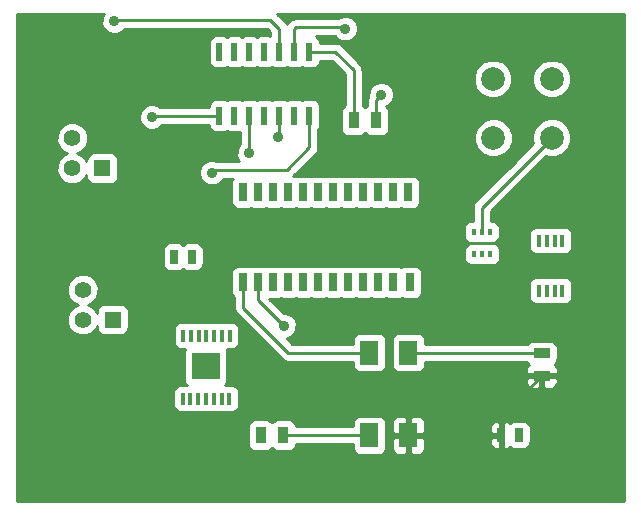
<source format=gtl>
G04 (created by PCBNEW (2013-07-07 BZR 4022)-stable) date 1/28/2014 1:23:19 PM*
%MOIN*%
G04 Gerber Fmt 3.4, Leading zero omitted, Abs format*
%FSLAX34Y34*%
G01*
G70*
G90*
G04 APERTURE LIST*
%ADD10C,0.00590551*%
%ADD11R,0.055X0.055*%
%ADD12C,0.055*%
%ADD13R,0.03X0.06*%
%ADD14R,0.06X0.08*%
%ADD15R,0.055X0.035*%
%ADD16R,0.035X0.055*%
%ADD17R,0.025X0.045*%
%ADD18R,0.0216535X0.0590551*%
%ADD19R,0.0149606X0.0409449*%
%ADD20R,0.0165354X0.023622*%
%ADD21R,0.0944882X0.0905512*%
%ADD22R,0.011811X0.0393701*%
%ADD23C,0.0787402*%
%ADD24C,0.035*%
%ADD25C,0.01*%
G04 APERTURE END LIST*
G54D10*
G54D11*
X64950Y-43500D03*
G54D12*
X63950Y-43500D03*
X63950Y-42500D03*
G54D11*
X65300Y-48550D03*
G54D12*
X64300Y-48550D03*
X64300Y-47550D03*
G54D13*
X69650Y-47300D03*
X70150Y-47300D03*
X70650Y-47300D03*
X71150Y-47300D03*
X71650Y-47300D03*
X72150Y-47300D03*
X72650Y-47300D03*
X73150Y-47300D03*
X73650Y-47300D03*
X74150Y-47300D03*
X74650Y-47300D03*
X75200Y-47300D03*
X69650Y-44300D03*
X70150Y-44300D03*
X70650Y-44300D03*
X71150Y-44300D03*
X71650Y-44300D03*
X72150Y-44300D03*
X72650Y-44300D03*
X73150Y-44300D03*
X73650Y-44300D03*
X74150Y-44300D03*
X74650Y-44300D03*
X75150Y-44300D03*
G54D14*
X75150Y-52400D03*
X73850Y-52400D03*
X75150Y-49650D03*
X73850Y-49650D03*
G54D15*
X79600Y-50425D03*
X79600Y-49675D03*
G54D16*
X70975Y-52400D03*
X70225Y-52400D03*
X73325Y-41900D03*
X74075Y-41900D03*
G54D17*
X78250Y-52400D03*
X78850Y-52400D03*
X67350Y-46450D03*
X67950Y-46450D03*
G54D18*
X68850Y-41750D03*
X69350Y-41750D03*
X69850Y-41750D03*
X70350Y-41750D03*
X70850Y-41750D03*
X71350Y-41750D03*
X71850Y-41750D03*
X71850Y-39620D03*
X71350Y-39620D03*
X70850Y-39620D03*
X70350Y-39620D03*
X69850Y-39620D03*
X69350Y-39620D03*
X68850Y-39620D03*
G54D19*
X79510Y-47580D03*
X79770Y-47580D03*
X80030Y-47580D03*
X80290Y-47580D03*
X80290Y-45920D03*
X80030Y-45920D03*
X79770Y-45920D03*
X79510Y-45920D03*
G54D20*
X77860Y-45630D03*
X77600Y-45630D03*
X77340Y-45630D03*
X77350Y-46370D03*
X77610Y-46370D03*
X77870Y-46370D03*
G54D21*
X68400Y-50100D03*
G54D22*
X67630Y-51180D03*
X67890Y-51180D03*
X68150Y-51180D03*
X68410Y-51180D03*
X68670Y-51180D03*
X68930Y-51180D03*
X69190Y-51180D03*
X69200Y-49080D03*
X68940Y-49080D03*
X68680Y-49080D03*
X68420Y-49080D03*
X68160Y-49080D03*
X67900Y-49080D03*
X67640Y-49080D03*
G54D23*
X79930Y-42480D03*
X77990Y-42480D03*
X79930Y-40520D03*
X77970Y-40520D03*
G54D24*
X73050Y-38850D03*
X74250Y-41050D03*
X70800Y-42450D03*
X69850Y-43000D03*
X71000Y-48750D03*
X66600Y-41800D03*
X65350Y-38600D03*
X68600Y-43650D03*
G54D25*
X71350Y-38850D02*
X71350Y-39620D01*
X71400Y-38800D02*
X71350Y-38850D01*
X73000Y-38800D02*
X71400Y-38800D01*
X73050Y-38850D02*
X73000Y-38800D01*
X77600Y-45630D02*
X77600Y-44810D01*
X77600Y-44810D02*
X79930Y-42480D01*
X74075Y-41900D02*
X74075Y-41225D01*
X74075Y-41225D02*
X74250Y-41050D01*
X71850Y-39620D02*
X72720Y-39620D01*
X73325Y-40225D02*
X73325Y-41900D01*
X72720Y-39620D02*
X73325Y-40225D01*
X70850Y-41750D02*
X70850Y-42400D01*
X70850Y-42400D02*
X70800Y-42450D01*
X70150Y-47300D02*
X70150Y-47900D01*
X69850Y-43000D02*
X69850Y-41750D01*
X70150Y-47900D02*
X71000Y-48750D01*
X68850Y-41750D02*
X66650Y-41750D01*
X66650Y-41750D02*
X66600Y-41800D01*
X70850Y-38850D02*
X70850Y-39620D01*
X70550Y-38550D02*
X70850Y-38850D01*
X65400Y-38550D02*
X70550Y-38550D01*
X65350Y-38600D02*
X65400Y-38550D01*
X71850Y-42800D02*
X71850Y-41750D01*
X71100Y-43550D02*
X71850Y-42800D01*
X68700Y-43550D02*
X71100Y-43550D01*
X68600Y-43650D02*
X68700Y-43550D01*
X79600Y-49675D02*
X75175Y-49675D01*
X75175Y-49675D02*
X75150Y-49650D01*
X70975Y-52400D02*
X73850Y-52400D01*
X73850Y-49650D02*
X71150Y-49650D01*
X69650Y-48150D02*
X69650Y-47300D01*
X71150Y-49650D02*
X69650Y-48150D01*
X78250Y-52400D02*
X78250Y-51775D01*
X78250Y-51775D02*
X79600Y-50425D01*
X75150Y-52400D02*
X78250Y-52400D01*
G54D10*
G36*
X82350Y-54600D02*
X80614Y-54600D01*
X80614Y-47735D01*
X80614Y-47325D01*
X80614Y-46075D01*
X80614Y-45665D01*
X80576Y-45573D01*
X80573Y-45570D01*
X80573Y-42352D01*
X80573Y-40392D01*
X80476Y-40155D01*
X80295Y-39974D01*
X80058Y-39876D01*
X79802Y-39876D01*
X79565Y-39973D01*
X79384Y-40154D01*
X79286Y-40391D01*
X79286Y-40647D01*
X79383Y-40884D01*
X79564Y-41065D01*
X79801Y-41163D01*
X80057Y-41163D01*
X80294Y-41066D01*
X80475Y-40885D01*
X80573Y-40648D01*
X80573Y-40392D01*
X80573Y-42352D01*
X80476Y-42115D01*
X80295Y-41934D01*
X80058Y-41836D01*
X79802Y-41836D01*
X79565Y-41933D01*
X79384Y-42114D01*
X79286Y-42351D01*
X79286Y-42607D01*
X79313Y-42672D01*
X78633Y-43351D01*
X78633Y-42352D01*
X78613Y-42304D01*
X78613Y-40392D01*
X78516Y-40155D01*
X78335Y-39974D01*
X78098Y-39876D01*
X77842Y-39876D01*
X77605Y-39973D01*
X77424Y-40154D01*
X77326Y-40391D01*
X77326Y-40647D01*
X77423Y-40884D01*
X77604Y-41065D01*
X77841Y-41163D01*
X78097Y-41163D01*
X78334Y-41066D01*
X78515Y-40885D01*
X78613Y-40648D01*
X78613Y-40392D01*
X78613Y-42304D01*
X78536Y-42115D01*
X78355Y-41934D01*
X78118Y-41836D01*
X77862Y-41836D01*
X77625Y-41933D01*
X77444Y-42114D01*
X77346Y-42351D01*
X77346Y-42607D01*
X77443Y-42844D01*
X77624Y-43025D01*
X77861Y-43123D01*
X78117Y-43123D01*
X78354Y-43026D01*
X78535Y-42845D01*
X78633Y-42608D01*
X78633Y-42352D01*
X78633Y-43351D01*
X77387Y-44597D01*
X77322Y-44695D01*
X77300Y-44810D01*
X77300Y-45261D01*
X77207Y-45261D01*
X77115Y-45299D01*
X77045Y-45370D01*
X77007Y-45461D01*
X77007Y-45561D01*
X77007Y-45797D01*
X77045Y-45889D01*
X77115Y-45959D01*
X77207Y-45998D01*
X77306Y-45998D01*
X77472Y-45998D01*
X77472Y-45998D01*
X77566Y-45998D01*
X77732Y-45998D01*
X77732Y-45998D01*
X77826Y-45998D01*
X77992Y-45998D01*
X78084Y-45960D01*
X78154Y-45889D01*
X78192Y-45798D01*
X78192Y-45698D01*
X78192Y-45462D01*
X78154Y-45370D01*
X78084Y-45300D01*
X77992Y-45261D01*
X77900Y-45261D01*
X77900Y-44934D01*
X79737Y-43096D01*
X79801Y-43123D01*
X80057Y-43123D01*
X80294Y-43026D01*
X80475Y-42845D01*
X80573Y-42608D01*
X80573Y-42352D01*
X80573Y-45570D01*
X80506Y-45503D01*
X80414Y-45465D01*
X80315Y-45465D01*
X80165Y-45465D01*
X80160Y-45467D01*
X80154Y-45465D01*
X80055Y-45465D01*
X79905Y-45465D01*
X79900Y-45467D01*
X79894Y-45465D01*
X79795Y-45465D01*
X79645Y-45465D01*
X79640Y-45467D01*
X79634Y-45465D01*
X79535Y-45465D01*
X79385Y-45465D01*
X79293Y-45503D01*
X79223Y-45573D01*
X79185Y-45665D01*
X79185Y-45764D01*
X79185Y-46174D01*
X79223Y-46266D01*
X79293Y-46336D01*
X79385Y-46374D01*
X79484Y-46374D01*
X79634Y-46374D01*
X79639Y-46372D01*
X79645Y-46374D01*
X79744Y-46374D01*
X79894Y-46374D01*
X79899Y-46372D01*
X79905Y-46374D01*
X80004Y-46374D01*
X80154Y-46374D01*
X80159Y-46372D01*
X80165Y-46374D01*
X80264Y-46374D01*
X80414Y-46374D01*
X80506Y-46336D01*
X80576Y-46266D01*
X80614Y-46174D01*
X80614Y-46075D01*
X80614Y-47325D01*
X80576Y-47233D01*
X80506Y-47163D01*
X80414Y-47125D01*
X80315Y-47125D01*
X80165Y-47125D01*
X80160Y-47127D01*
X80154Y-47125D01*
X80055Y-47125D01*
X79905Y-47125D01*
X79900Y-47127D01*
X79894Y-47125D01*
X79795Y-47125D01*
X79645Y-47125D01*
X79640Y-47127D01*
X79634Y-47125D01*
X79535Y-47125D01*
X79385Y-47125D01*
X79293Y-47163D01*
X79223Y-47233D01*
X79185Y-47325D01*
X79185Y-47424D01*
X79185Y-47834D01*
X79223Y-47926D01*
X79293Y-47996D01*
X79385Y-48034D01*
X79484Y-48034D01*
X79634Y-48034D01*
X79639Y-48032D01*
X79645Y-48034D01*
X79744Y-48034D01*
X79894Y-48034D01*
X79899Y-48032D01*
X79905Y-48034D01*
X80004Y-48034D01*
X80154Y-48034D01*
X80159Y-48032D01*
X80165Y-48034D01*
X80264Y-48034D01*
X80414Y-48034D01*
X80506Y-47996D01*
X80576Y-47926D01*
X80614Y-47834D01*
X80614Y-47735D01*
X80614Y-54600D01*
X80125Y-54600D01*
X80125Y-50649D01*
X80125Y-50200D01*
X80087Y-50108D01*
X80028Y-50049D01*
X80086Y-49991D01*
X80124Y-49899D01*
X80125Y-49800D01*
X80125Y-49450D01*
X80087Y-49358D01*
X80016Y-49288D01*
X79924Y-49250D01*
X79825Y-49249D01*
X79275Y-49249D01*
X79183Y-49287D01*
X79113Y-49358D01*
X79106Y-49375D01*
X78202Y-49375D01*
X78202Y-46438D01*
X78202Y-46202D01*
X78164Y-46110D01*
X78094Y-46040D01*
X78002Y-46001D01*
X77903Y-46001D01*
X77737Y-46001D01*
X77737Y-46001D01*
X77643Y-46001D01*
X77477Y-46001D01*
X77477Y-46001D01*
X77383Y-46001D01*
X77217Y-46001D01*
X77125Y-46039D01*
X77055Y-46110D01*
X77017Y-46201D01*
X77017Y-46301D01*
X77017Y-46537D01*
X77055Y-46629D01*
X77125Y-46699D01*
X77217Y-46738D01*
X77316Y-46738D01*
X77482Y-46738D01*
X77482Y-46738D01*
X77576Y-46738D01*
X77742Y-46738D01*
X77742Y-46738D01*
X77836Y-46738D01*
X78002Y-46738D01*
X78094Y-46700D01*
X78164Y-46629D01*
X78202Y-46538D01*
X78202Y-46438D01*
X78202Y-49375D01*
X75700Y-49375D01*
X75700Y-49200D01*
X75662Y-49108D01*
X75600Y-49046D01*
X75600Y-47550D01*
X75600Y-46950D01*
X75562Y-46858D01*
X75550Y-46846D01*
X75550Y-44550D01*
X75550Y-43950D01*
X75512Y-43858D01*
X75441Y-43788D01*
X75349Y-43750D01*
X75250Y-43749D01*
X74950Y-43749D01*
X74899Y-43770D01*
X74849Y-43750D01*
X74750Y-43749D01*
X74450Y-43749D01*
X74399Y-43770D01*
X74349Y-43750D01*
X74250Y-43749D01*
X73950Y-43749D01*
X73899Y-43770D01*
X73849Y-43750D01*
X73750Y-43749D01*
X73450Y-43749D01*
X73399Y-43770D01*
X73349Y-43750D01*
X73250Y-43749D01*
X72950Y-43749D01*
X72899Y-43770D01*
X72849Y-43750D01*
X72750Y-43749D01*
X72450Y-43749D01*
X72399Y-43770D01*
X72349Y-43750D01*
X72250Y-43749D01*
X71950Y-43749D01*
X71899Y-43770D01*
X71849Y-43750D01*
X71750Y-43749D01*
X71450Y-43749D01*
X71399Y-43770D01*
X71349Y-43750D01*
X71324Y-43750D01*
X72062Y-43012D01*
X72062Y-43012D01*
X72127Y-42914D01*
X72149Y-42800D01*
X72150Y-42800D01*
X72150Y-42207D01*
X72170Y-42187D01*
X72208Y-42095D01*
X72208Y-41995D01*
X72208Y-41405D01*
X72170Y-41313D01*
X72100Y-41242D01*
X72008Y-41204D01*
X71908Y-41204D01*
X71692Y-41204D01*
X71600Y-41242D01*
X71600Y-41242D01*
X71508Y-41204D01*
X71408Y-41204D01*
X71192Y-41204D01*
X71100Y-41242D01*
X71100Y-41242D01*
X71008Y-41204D01*
X70908Y-41204D01*
X70692Y-41204D01*
X70600Y-41242D01*
X70600Y-41242D01*
X70508Y-41204D01*
X70408Y-41204D01*
X70192Y-41204D01*
X70100Y-41242D01*
X70100Y-41242D01*
X70008Y-41204D01*
X69908Y-41204D01*
X69692Y-41204D01*
X69600Y-41242D01*
X69600Y-41242D01*
X69508Y-41204D01*
X69408Y-41204D01*
X69192Y-41204D01*
X69100Y-41242D01*
X69100Y-41242D01*
X69008Y-41204D01*
X68908Y-41204D01*
X68692Y-41204D01*
X68600Y-41242D01*
X68529Y-41312D01*
X68491Y-41404D01*
X68491Y-41450D01*
X66851Y-41450D01*
X66841Y-41439D01*
X66684Y-41375D01*
X66515Y-41374D01*
X66359Y-41439D01*
X66239Y-41558D01*
X66175Y-41715D01*
X66174Y-41884D01*
X66239Y-42040D01*
X66358Y-42160D01*
X66515Y-42224D01*
X66684Y-42225D01*
X66840Y-42160D01*
X66951Y-42050D01*
X68491Y-42050D01*
X68491Y-42094D01*
X68529Y-42186D01*
X68599Y-42257D01*
X68691Y-42295D01*
X68791Y-42295D01*
X69007Y-42295D01*
X69099Y-42257D01*
X69099Y-42257D01*
X69191Y-42295D01*
X69291Y-42295D01*
X69507Y-42295D01*
X69550Y-42277D01*
X69550Y-42698D01*
X69489Y-42758D01*
X69425Y-42915D01*
X69424Y-43084D01*
X69489Y-43240D01*
X69499Y-43250D01*
X68744Y-43250D01*
X68684Y-43225D01*
X68515Y-43224D01*
X68359Y-43289D01*
X68239Y-43408D01*
X68175Y-43565D01*
X68174Y-43734D01*
X68239Y-43890D01*
X68358Y-44010D01*
X68515Y-44074D01*
X68684Y-44075D01*
X68840Y-44010D01*
X68960Y-43891D01*
X68977Y-43850D01*
X69296Y-43850D01*
X69288Y-43858D01*
X69250Y-43950D01*
X69249Y-44049D01*
X69249Y-44649D01*
X69287Y-44741D01*
X69358Y-44811D01*
X69450Y-44849D01*
X69549Y-44850D01*
X69849Y-44850D01*
X69900Y-44829D01*
X69950Y-44849D01*
X70049Y-44850D01*
X70349Y-44850D01*
X70400Y-44829D01*
X70450Y-44849D01*
X70549Y-44850D01*
X70849Y-44850D01*
X70900Y-44829D01*
X70950Y-44849D01*
X71049Y-44850D01*
X71349Y-44850D01*
X71400Y-44829D01*
X71450Y-44849D01*
X71549Y-44850D01*
X71849Y-44850D01*
X71900Y-44829D01*
X71950Y-44849D01*
X72049Y-44850D01*
X72349Y-44850D01*
X72400Y-44829D01*
X72450Y-44849D01*
X72549Y-44850D01*
X72849Y-44850D01*
X72900Y-44829D01*
X72950Y-44849D01*
X73049Y-44850D01*
X73349Y-44850D01*
X73400Y-44829D01*
X73450Y-44849D01*
X73549Y-44850D01*
X73849Y-44850D01*
X73900Y-44829D01*
X73950Y-44849D01*
X74049Y-44850D01*
X74349Y-44850D01*
X74400Y-44829D01*
X74450Y-44849D01*
X74549Y-44850D01*
X74849Y-44850D01*
X74900Y-44829D01*
X74950Y-44849D01*
X75049Y-44850D01*
X75349Y-44850D01*
X75441Y-44812D01*
X75511Y-44741D01*
X75549Y-44649D01*
X75550Y-44550D01*
X75550Y-46846D01*
X75491Y-46788D01*
X75399Y-46750D01*
X75300Y-46749D01*
X75000Y-46749D01*
X74924Y-46781D01*
X74849Y-46750D01*
X74750Y-46749D01*
X74450Y-46749D01*
X74399Y-46770D01*
X74349Y-46750D01*
X74250Y-46749D01*
X73950Y-46749D01*
X73899Y-46770D01*
X73849Y-46750D01*
X73750Y-46749D01*
X73450Y-46749D01*
X73399Y-46770D01*
X73349Y-46750D01*
X73250Y-46749D01*
X72950Y-46749D01*
X72899Y-46770D01*
X72849Y-46750D01*
X72750Y-46749D01*
X72450Y-46749D01*
X72399Y-46770D01*
X72349Y-46750D01*
X72250Y-46749D01*
X71950Y-46749D01*
X71899Y-46770D01*
X71849Y-46750D01*
X71750Y-46749D01*
X71450Y-46749D01*
X71399Y-46770D01*
X71349Y-46750D01*
X71250Y-46749D01*
X70950Y-46749D01*
X70899Y-46770D01*
X70849Y-46750D01*
X70750Y-46749D01*
X70450Y-46749D01*
X70399Y-46770D01*
X70349Y-46750D01*
X70250Y-46749D01*
X69950Y-46749D01*
X69899Y-46770D01*
X69849Y-46750D01*
X69750Y-46749D01*
X69450Y-46749D01*
X69358Y-46787D01*
X69288Y-46858D01*
X69250Y-46950D01*
X69249Y-47049D01*
X69249Y-47649D01*
X69287Y-47741D01*
X69350Y-47803D01*
X69350Y-48150D01*
X69372Y-48264D01*
X69437Y-48362D01*
X70937Y-49862D01*
X70937Y-49862D01*
X71035Y-49927D01*
X71150Y-49950D01*
X73299Y-49950D01*
X73299Y-50099D01*
X73337Y-50191D01*
X73408Y-50261D01*
X73500Y-50299D01*
X73599Y-50300D01*
X74199Y-50300D01*
X74291Y-50262D01*
X74361Y-50191D01*
X74399Y-50099D01*
X74400Y-50000D01*
X74400Y-49200D01*
X74362Y-49108D01*
X74291Y-49038D01*
X74199Y-49000D01*
X74100Y-48999D01*
X73500Y-48999D01*
X73408Y-49037D01*
X73338Y-49108D01*
X73300Y-49200D01*
X73299Y-49299D01*
X73299Y-49350D01*
X71274Y-49350D01*
X71094Y-49170D01*
X71240Y-49110D01*
X71360Y-48991D01*
X71424Y-48834D01*
X71425Y-48665D01*
X71360Y-48509D01*
X71241Y-48389D01*
X71084Y-48325D01*
X70999Y-48324D01*
X70524Y-47850D01*
X70549Y-47850D01*
X70849Y-47850D01*
X70900Y-47829D01*
X70950Y-47849D01*
X71049Y-47850D01*
X71349Y-47850D01*
X71400Y-47829D01*
X71450Y-47849D01*
X71549Y-47850D01*
X71849Y-47850D01*
X71900Y-47829D01*
X71950Y-47849D01*
X72049Y-47850D01*
X72349Y-47850D01*
X72400Y-47829D01*
X72450Y-47849D01*
X72549Y-47850D01*
X72849Y-47850D01*
X72900Y-47829D01*
X72950Y-47849D01*
X73049Y-47850D01*
X73349Y-47850D01*
X73400Y-47829D01*
X73450Y-47849D01*
X73549Y-47850D01*
X73849Y-47850D01*
X73900Y-47829D01*
X73950Y-47849D01*
X74049Y-47850D01*
X74349Y-47850D01*
X74400Y-47829D01*
X74450Y-47849D01*
X74549Y-47850D01*
X74849Y-47850D01*
X74925Y-47818D01*
X75000Y-47849D01*
X75099Y-47850D01*
X75399Y-47850D01*
X75491Y-47812D01*
X75561Y-47741D01*
X75599Y-47649D01*
X75600Y-47550D01*
X75600Y-49046D01*
X75591Y-49038D01*
X75499Y-49000D01*
X75400Y-48999D01*
X74800Y-48999D01*
X74708Y-49037D01*
X74638Y-49108D01*
X74600Y-49200D01*
X74599Y-49299D01*
X74599Y-50099D01*
X74637Y-50191D01*
X74708Y-50261D01*
X74800Y-50299D01*
X74899Y-50300D01*
X75499Y-50300D01*
X75591Y-50262D01*
X75661Y-50191D01*
X75699Y-50099D01*
X75700Y-50000D01*
X75700Y-49975D01*
X79106Y-49975D01*
X79112Y-49991D01*
X79171Y-50050D01*
X79112Y-50108D01*
X79074Y-50200D01*
X79075Y-50312D01*
X79137Y-50375D01*
X79550Y-50375D01*
X79550Y-50367D01*
X79650Y-50367D01*
X79650Y-50375D01*
X80062Y-50375D01*
X80125Y-50312D01*
X80125Y-50200D01*
X80125Y-50649D01*
X80125Y-50537D01*
X80062Y-50475D01*
X79650Y-50475D01*
X79650Y-50787D01*
X79712Y-50850D01*
X79825Y-50850D01*
X79924Y-50849D01*
X80016Y-50811D01*
X80087Y-50741D01*
X80125Y-50649D01*
X80125Y-54600D01*
X79550Y-54600D01*
X79550Y-50787D01*
X79550Y-50475D01*
X79137Y-50475D01*
X79075Y-50537D01*
X79074Y-50649D01*
X79112Y-50741D01*
X79183Y-50811D01*
X79275Y-50849D01*
X79374Y-50850D01*
X79487Y-50850D01*
X79550Y-50787D01*
X79550Y-54600D01*
X79225Y-54600D01*
X79225Y-52575D01*
X79225Y-52125D01*
X79187Y-52033D01*
X79116Y-51963D01*
X79024Y-51925D01*
X78925Y-51924D01*
X78675Y-51924D01*
X78583Y-51962D01*
X78550Y-51996D01*
X78516Y-51962D01*
X78424Y-51924D01*
X78362Y-51925D01*
X78300Y-51987D01*
X78300Y-52350D01*
X78307Y-52350D01*
X78307Y-52450D01*
X78300Y-52450D01*
X78300Y-52812D01*
X78362Y-52875D01*
X78424Y-52875D01*
X78516Y-52837D01*
X78549Y-52803D01*
X78583Y-52836D01*
X78675Y-52874D01*
X78774Y-52875D01*
X79024Y-52875D01*
X79116Y-52837D01*
X79186Y-52766D01*
X79224Y-52674D01*
X79225Y-52575D01*
X79225Y-54600D01*
X78200Y-54600D01*
X78200Y-52812D01*
X78200Y-52450D01*
X78200Y-52350D01*
X78200Y-51987D01*
X78137Y-51925D01*
X78075Y-51924D01*
X77983Y-51962D01*
X77913Y-52033D01*
X77875Y-52125D01*
X77874Y-52224D01*
X77875Y-52287D01*
X77937Y-52350D01*
X78200Y-52350D01*
X78200Y-52450D01*
X77937Y-52450D01*
X77875Y-52512D01*
X77874Y-52575D01*
X77875Y-52674D01*
X77913Y-52766D01*
X77983Y-52837D01*
X78075Y-52875D01*
X78137Y-52875D01*
X78200Y-52812D01*
X78200Y-54600D01*
X75700Y-54600D01*
X75700Y-52750D01*
X75700Y-52049D01*
X75699Y-51950D01*
X75661Y-51858D01*
X75591Y-51787D01*
X75499Y-51749D01*
X75262Y-51750D01*
X75200Y-51812D01*
X75200Y-52350D01*
X75637Y-52350D01*
X75700Y-52287D01*
X75700Y-52049D01*
X75700Y-52750D01*
X75700Y-52512D01*
X75637Y-52450D01*
X75200Y-52450D01*
X75200Y-52987D01*
X75262Y-53050D01*
X75499Y-53050D01*
X75591Y-53012D01*
X75661Y-52941D01*
X75699Y-52849D01*
X75700Y-52750D01*
X75700Y-54600D01*
X75100Y-54600D01*
X75100Y-52987D01*
X75100Y-52450D01*
X75100Y-52350D01*
X75100Y-51812D01*
X75037Y-51750D01*
X74800Y-51749D01*
X74708Y-51787D01*
X74638Y-51858D01*
X74600Y-51950D01*
X74599Y-52049D01*
X74600Y-52287D01*
X74662Y-52350D01*
X75100Y-52350D01*
X75100Y-52450D01*
X74662Y-52450D01*
X74600Y-52512D01*
X74599Y-52750D01*
X74600Y-52849D01*
X74638Y-52941D01*
X74708Y-53012D01*
X74800Y-53050D01*
X75037Y-53050D01*
X75100Y-52987D01*
X75100Y-54600D01*
X74400Y-54600D01*
X74400Y-52750D01*
X74400Y-51950D01*
X74362Y-51858D01*
X74291Y-51788D01*
X74199Y-51750D01*
X74100Y-51749D01*
X73500Y-51749D01*
X73408Y-51787D01*
X73338Y-51858D01*
X73300Y-51950D01*
X73299Y-52049D01*
X73299Y-52100D01*
X71400Y-52100D01*
X71400Y-52075D01*
X71362Y-51983D01*
X71291Y-51913D01*
X71199Y-51875D01*
X71100Y-51874D01*
X70750Y-51874D01*
X70658Y-51912D01*
X70599Y-51971D01*
X70541Y-51913D01*
X70449Y-51875D01*
X70350Y-51874D01*
X70000Y-51874D01*
X69908Y-51912D01*
X69838Y-51983D01*
X69800Y-52075D01*
X69799Y-52174D01*
X69799Y-52724D01*
X69837Y-52816D01*
X69908Y-52886D01*
X70000Y-52924D01*
X70099Y-52925D01*
X70449Y-52925D01*
X70541Y-52887D01*
X70600Y-52828D01*
X70658Y-52886D01*
X70750Y-52924D01*
X70849Y-52925D01*
X71199Y-52925D01*
X71291Y-52887D01*
X71361Y-52816D01*
X71399Y-52724D01*
X71399Y-52700D01*
X73299Y-52700D01*
X73299Y-52849D01*
X73337Y-52941D01*
X73408Y-53011D01*
X73500Y-53049D01*
X73599Y-53050D01*
X74199Y-53050D01*
X74291Y-53012D01*
X74361Y-52941D01*
X74399Y-52849D01*
X74400Y-52750D01*
X74400Y-54600D01*
X69509Y-54600D01*
X69509Y-49227D01*
X69509Y-48833D01*
X69471Y-48741D01*
X69400Y-48671D01*
X69309Y-48633D01*
X69209Y-48633D01*
X69091Y-48633D01*
X69070Y-48641D01*
X69049Y-48633D01*
X68949Y-48633D01*
X68831Y-48633D01*
X68810Y-48641D01*
X68789Y-48633D01*
X68689Y-48633D01*
X68571Y-48633D01*
X68550Y-48641D01*
X68529Y-48633D01*
X68429Y-48633D01*
X68325Y-48633D01*
X68325Y-46625D01*
X68325Y-46175D01*
X68287Y-46083D01*
X68216Y-46013D01*
X68124Y-45975D01*
X68025Y-45974D01*
X67775Y-45974D01*
X67683Y-46012D01*
X67650Y-46046D01*
X67616Y-46013D01*
X67524Y-45975D01*
X67425Y-45974D01*
X67175Y-45974D01*
X67083Y-46012D01*
X67013Y-46083D01*
X66975Y-46175D01*
X66974Y-46274D01*
X66974Y-46724D01*
X67012Y-46816D01*
X67083Y-46886D01*
X67175Y-46924D01*
X67274Y-46925D01*
X67524Y-46925D01*
X67616Y-46887D01*
X67649Y-46853D01*
X67683Y-46886D01*
X67775Y-46924D01*
X67874Y-46925D01*
X68124Y-46925D01*
X68216Y-46887D01*
X68286Y-46816D01*
X68324Y-46724D01*
X68325Y-46625D01*
X68325Y-48633D01*
X68311Y-48633D01*
X68290Y-48641D01*
X68269Y-48633D01*
X68169Y-48633D01*
X68051Y-48633D01*
X68030Y-48641D01*
X68009Y-48633D01*
X67909Y-48633D01*
X67791Y-48633D01*
X67770Y-48641D01*
X67749Y-48633D01*
X67649Y-48633D01*
X67531Y-48633D01*
X67439Y-48671D01*
X67369Y-48741D01*
X67330Y-48833D01*
X67330Y-48932D01*
X67330Y-49326D01*
X67368Y-49418D01*
X67439Y-49488D01*
X67530Y-49526D01*
X67630Y-49526D01*
X67706Y-49526D01*
X67677Y-49597D01*
X67677Y-49696D01*
X67677Y-50602D01*
X67715Y-50694D01*
X67762Y-50741D01*
X67760Y-50741D01*
X67739Y-50733D01*
X67639Y-50733D01*
X67521Y-50733D01*
X67429Y-50771D01*
X67359Y-50841D01*
X67320Y-50933D01*
X67320Y-51032D01*
X67320Y-51426D01*
X67358Y-51518D01*
X67429Y-51588D01*
X67520Y-51626D01*
X67620Y-51626D01*
X67738Y-51626D01*
X67759Y-51618D01*
X67780Y-51626D01*
X67880Y-51626D01*
X67998Y-51626D01*
X68019Y-51618D01*
X68040Y-51626D01*
X68140Y-51626D01*
X68258Y-51626D01*
X68279Y-51618D01*
X68300Y-51626D01*
X68400Y-51626D01*
X68518Y-51626D01*
X68539Y-51618D01*
X68560Y-51626D01*
X68660Y-51626D01*
X68778Y-51626D01*
X68799Y-51618D01*
X68820Y-51626D01*
X68920Y-51626D01*
X69038Y-51626D01*
X69059Y-51618D01*
X69080Y-51626D01*
X69180Y-51626D01*
X69298Y-51626D01*
X69390Y-51588D01*
X69460Y-51518D01*
X69499Y-51426D01*
X69499Y-51327D01*
X69499Y-50933D01*
X69461Y-50841D01*
X69390Y-50771D01*
X69299Y-50733D01*
X69199Y-50733D01*
X69081Y-50733D01*
X69060Y-50741D01*
X69043Y-50735D01*
X69084Y-50694D01*
X69122Y-50602D01*
X69122Y-50503D01*
X69122Y-49597D01*
X69093Y-49526D01*
X69190Y-49526D01*
X69308Y-49526D01*
X69400Y-49488D01*
X69470Y-49418D01*
X69509Y-49326D01*
X69509Y-49227D01*
X69509Y-54600D01*
X65825Y-54600D01*
X65825Y-48775D01*
X65825Y-48225D01*
X65787Y-48133D01*
X65716Y-48063D01*
X65624Y-48025D01*
X65525Y-48024D01*
X65475Y-48024D01*
X65475Y-43725D01*
X65475Y-43175D01*
X65437Y-43083D01*
X65366Y-43013D01*
X65274Y-42975D01*
X65175Y-42974D01*
X64625Y-42974D01*
X64533Y-43012D01*
X64463Y-43083D01*
X64425Y-43175D01*
X64424Y-43274D01*
X64424Y-43274D01*
X64395Y-43203D01*
X64247Y-43055D01*
X64114Y-42999D01*
X64247Y-42945D01*
X64394Y-42797D01*
X64474Y-42604D01*
X64475Y-42396D01*
X64395Y-42203D01*
X64247Y-42055D01*
X64054Y-41975D01*
X63846Y-41974D01*
X63653Y-42054D01*
X63505Y-42202D01*
X63425Y-42395D01*
X63424Y-42603D01*
X63504Y-42797D01*
X63652Y-42944D01*
X63785Y-43000D01*
X63653Y-43054D01*
X63505Y-43202D01*
X63425Y-43395D01*
X63424Y-43603D01*
X63504Y-43797D01*
X63652Y-43944D01*
X63845Y-44024D01*
X64053Y-44025D01*
X64247Y-43945D01*
X64394Y-43797D01*
X64424Y-43725D01*
X64424Y-43824D01*
X64462Y-43916D01*
X64533Y-43986D01*
X64625Y-44024D01*
X64724Y-44025D01*
X65274Y-44025D01*
X65366Y-43987D01*
X65436Y-43916D01*
X65474Y-43824D01*
X65475Y-43725D01*
X65475Y-48024D01*
X64975Y-48024D01*
X64883Y-48062D01*
X64813Y-48133D01*
X64775Y-48225D01*
X64774Y-48324D01*
X64774Y-48324D01*
X64745Y-48253D01*
X64597Y-48105D01*
X64464Y-48049D01*
X64597Y-47995D01*
X64744Y-47847D01*
X64824Y-47654D01*
X64825Y-47446D01*
X64745Y-47253D01*
X64597Y-47105D01*
X64404Y-47025D01*
X64196Y-47024D01*
X64003Y-47104D01*
X63855Y-47252D01*
X63775Y-47445D01*
X63774Y-47653D01*
X63854Y-47847D01*
X64002Y-47994D01*
X64135Y-48050D01*
X64003Y-48104D01*
X63855Y-48252D01*
X63775Y-48445D01*
X63774Y-48653D01*
X63854Y-48847D01*
X64002Y-48994D01*
X64195Y-49074D01*
X64403Y-49075D01*
X64597Y-48995D01*
X64744Y-48847D01*
X64774Y-48775D01*
X64774Y-48874D01*
X64812Y-48966D01*
X64883Y-49036D01*
X64975Y-49074D01*
X65074Y-49075D01*
X65624Y-49075D01*
X65716Y-49037D01*
X65786Y-48966D01*
X65824Y-48874D01*
X65825Y-48775D01*
X65825Y-54600D01*
X62100Y-54600D01*
X62100Y-38350D01*
X64998Y-38350D01*
X64989Y-38358D01*
X64925Y-38515D01*
X64924Y-38684D01*
X64989Y-38840D01*
X65108Y-38960D01*
X65265Y-39024D01*
X65434Y-39025D01*
X65590Y-38960D01*
X65701Y-38850D01*
X70425Y-38850D01*
X70550Y-38974D01*
X70550Y-39092D01*
X70508Y-39074D01*
X70408Y-39074D01*
X70192Y-39074D01*
X70100Y-39112D01*
X70100Y-39112D01*
X70008Y-39074D01*
X69908Y-39074D01*
X69692Y-39074D01*
X69600Y-39112D01*
X69600Y-39112D01*
X69508Y-39074D01*
X69408Y-39074D01*
X69192Y-39074D01*
X69100Y-39112D01*
X69100Y-39112D01*
X69008Y-39074D01*
X68908Y-39074D01*
X68692Y-39074D01*
X68600Y-39112D01*
X68529Y-39182D01*
X68491Y-39274D01*
X68491Y-39374D01*
X68491Y-39964D01*
X68529Y-40056D01*
X68599Y-40127D01*
X68691Y-40165D01*
X68791Y-40165D01*
X69007Y-40165D01*
X69099Y-40127D01*
X69099Y-40127D01*
X69191Y-40165D01*
X69291Y-40165D01*
X69507Y-40165D01*
X69599Y-40127D01*
X69599Y-40127D01*
X69691Y-40165D01*
X69791Y-40165D01*
X70007Y-40165D01*
X70099Y-40127D01*
X70099Y-40127D01*
X70191Y-40165D01*
X70291Y-40165D01*
X70507Y-40165D01*
X70599Y-40127D01*
X70599Y-40127D01*
X70691Y-40165D01*
X70791Y-40165D01*
X71007Y-40165D01*
X71099Y-40127D01*
X71099Y-40127D01*
X71191Y-40165D01*
X71291Y-40165D01*
X71507Y-40165D01*
X71599Y-40127D01*
X71599Y-40127D01*
X71691Y-40165D01*
X71791Y-40165D01*
X72007Y-40165D01*
X72099Y-40127D01*
X72170Y-40057D01*
X72208Y-39965D01*
X72208Y-39920D01*
X72595Y-39920D01*
X73025Y-40349D01*
X73025Y-41406D01*
X73008Y-41412D01*
X72938Y-41483D01*
X72900Y-41575D01*
X72899Y-41674D01*
X72899Y-42224D01*
X72937Y-42316D01*
X73008Y-42386D01*
X73100Y-42424D01*
X73199Y-42425D01*
X73549Y-42425D01*
X73641Y-42387D01*
X73700Y-42328D01*
X73758Y-42386D01*
X73850Y-42424D01*
X73949Y-42425D01*
X74299Y-42425D01*
X74391Y-42387D01*
X74461Y-42316D01*
X74499Y-42224D01*
X74500Y-42125D01*
X74500Y-41575D01*
X74462Y-41483D01*
X74418Y-41440D01*
X74490Y-41410D01*
X74610Y-41291D01*
X74674Y-41134D01*
X74675Y-40965D01*
X74610Y-40809D01*
X74491Y-40689D01*
X74334Y-40625D01*
X74165Y-40624D01*
X74009Y-40689D01*
X73889Y-40808D01*
X73825Y-40965D01*
X73824Y-41069D01*
X73824Y-41069D01*
X73797Y-41110D01*
X73775Y-41225D01*
X73775Y-41406D01*
X73758Y-41412D01*
X73699Y-41471D01*
X73641Y-41413D01*
X73625Y-41406D01*
X73625Y-40225D01*
X73624Y-40224D01*
X73602Y-40110D01*
X73537Y-40012D01*
X73537Y-40012D01*
X72932Y-39407D01*
X72834Y-39342D01*
X72720Y-39320D01*
X72208Y-39320D01*
X72208Y-39275D01*
X72170Y-39183D01*
X72100Y-39112D01*
X72068Y-39100D01*
X72699Y-39100D01*
X72808Y-39210D01*
X72965Y-39274D01*
X73134Y-39275D01*
X73290Y-39210D01*
X73410Y-39091D01*
X73474Y-38934D01*
X73475Y-38765D01*
X73410Y-38609D01*
X73291Y-38489D01*
X73134Y-38425D01*
X72965Y-38424D01*
X72809Y-38489D01*
X72799Y-38500D01*
X71400Y-38500D01*
X71285Y-38522D01*
X71187Y-38587D01*
X71137Y-38637D01*
X71100Y-38694D01*
X71062Y-38637D01*
X71062Y-38637D01*
X70774Y-38350D01*
X82350Y-38350D01*
X82350Y-54600D01*
X82350Y-54600D01*
G37*
G54D25*
X82350Y-54600D02*
X80614Y-54600D01*
X80614Y-47735D01*
X80614Y-47325D01*
X80614Y-46075D01*
X80614Y-45665D01*
X80576Y-45573D01*
X80573Y-45570D01*
X80573Y-42352D01*
X80573Y-40392D01*
X80476Y-40155D01*
X80295Y-39974D01*
X80058Y-39876D01*
X79802Y-39876D01*
X79565Y-39973D01*
X79384Y-40154D01*
X79286Y-40391D01*
X79286Y-40647D01*
X79383Y-40884D01*
X79564Y-41065D01*
X79801Y-41163D01*
X80057Y-41163D01*
X80294Y-41066D01*
X80475Y-40885D01*
X80573Y-40648D01*
X80573Y-40392D01*
X80573Y-42352D01*
X80476Y-42115D01*
X80295Y-41934D01*
X80058Y-41836D01*
X79802Y-41836D01*
X79565Y-41933D01*
X79384Y-42114D01*
X79286Y-42351D01*
X79286Y-42607D01*
X79313Y-42672D01*
X78633Y-43351D01*
X78633Y-42352D01*
X78613Y-42304D01*
X78613Y-40392D01*
X78516Y-40155D01*
X78335Y-39974D01*
X78098Y-39876D01*
X77842Y-39876D01*
X77605Y-39973D01*
X77424Y-40154D01*
X77326Y-40391D01*
X77326Y-40647D01*
X77423Y-40884D01*
X77604Y-41065D01*
X77841Y-41163D01*
X78097Y-41163D01*
X78334Y-41066D01*
X78515Y-40885D01*
X78613Y-40648D01*
X78613Y-40392D01*
X78613Y-42304D01*
X78536Y-42115D01*
X78355Y-41934D01*
X78118Y-41836D01*
X77862Y-41836D01*
X77625Y-41933D01*
X77444Y-42114D01*
X77346Y-42351D01*
X77346Y-42607D01*
X77443Y-42844D01*
X77624Y-43025D01*
X77861Y-43123D01*
X78117Y-43123D01*
X78354Y-43026D01*
X78535Y-42845D01*
X78633Y-42608D01*
X78633Y-42352D01*
X78633Y-43351D01*
X77387Y-44597D01*
X77322Y-44695D01*
X77300Y-44810D01*
X77300Y-45261D01*
X77207Y-45261D01*
X77115Y-45299D01*
X77045Y-45370D01*
X77007Y-45461D01*
X77007Y-45561D01*
X77007Y-45797D01*
X77045Y-45889D01*
X77115Y-45959D01*
X77207Y-45998D01*
X77306Y-45998D01*
X77472Y-45998D01*
X77472Y-45998D01*
X77566Y-45998D01*
X77732Y-45998D01*
X77732Y-45998D01*
X77826Y-45998D01*
X77992Y-45998D01*
X78084Y-45960D01*
X78154Y-45889D01*
X78192Y-45798D01*
X78192Y-45698D01*
X78192Y-45462D01*
X78154Y-45370D01*
X78084Y-45300D01*
X77992Y-45261D01*
X77900Y-45261D01*
X77900Y-44934D01*
X79737Y-43096D01*
X79801Y-43123D01*
X80057Y-43123D01*
X80294Y-43026D01*
X80475Y-42845D01*
X80573Y-42608D01*
X80573Y-42352D01*
X80573Y-45570D01*
X80506Y-45503D01*
X80414Y-45465D01*
X80315Y-45465D01*
X80165Y-45465D01*
X80160Y-45467D01*
X80154Y-45465D01*
X80055Y-45465D01*
X79905Y-45465D01*
X79900Y-45467D01*
X79894Y-45465D01*
X79795Y-45465D01*
X79645Y-45465D01*
X79640Y-45467D01*
X79634Y-45465D01*
X79535Y-45465D01*
X79385Y-45465D01*
X79293Y-45503D01*
X79223Y-45573D01*
X79185Y-45665D01*
X79185Y-45764D01*
X79185Y-46174D01*
X79223Y-46266D01*
X79293Y-46336D01*
X79385Y-46374D01*
X79484Y-46374D01*
X79634Y-46374D01*
X79639Y-46372D01*
X79645Y-46374D01*
X79744Y-46374D01*
X79894Y-46374D01*
X79899Y-46372D01*
X79905Y-46374D01*
X80004Y-46374D01*
X80154Y-46374D01*
X80159Y-46372D01*
X80165Y-46374D01*
X80264Y-46374D01*
X80414Y-46374D01*
X80506Y-46336D01*
X80576Y-46266D01*
X80614Y-46174D01*
X80614Y-46075D01*
X80614Y-47325D01*
X80576Y-47233D01*
X80506Y-47163D01*
X80414Y-47125D01*
X80315Y-47125D01*
X80165Y-47125D01*
X80160Y-47127D01*
X80154Y-47125D01*
X80055Y-47125D01*
X79905Y-47125D01*
X79900Y-47127D01*
X79894Y-47125D01*
X79795Y-47125D01*
X79645Y-47125D01*
X79640Y-47127D01*
X79634Y-47125D01*
X79535Y-47125D01*
X79385Y-47125D01*
X79293Y-47163D01*
X79223Y-47233D01*
X79185Y-47325D01*
X79185Y-47424D01*
X79185Y-47834D01*
X79223Y-47926D01*
X79293Y-47996D01*
X79385Y-48034D01*
X79484Y-48034D01*
X79634Y-48034D01*
X79639Y-48032D01*
X79645Y-48034D01*
X79744Y-48034D01*
X79894Y-48034D01*
X79899Y-48032D01*
X79905Y-48034D01*
X80004Y-48034D01*
X80154Y-48034D01*
X80159Y-48032D01*
X80165Y-48034D01*
X80264Y-48034D01*
X80414Y-48034D01*
X80506Y-47996D01*
X80576Y-47926D01*
X80614Y-47834D01*
X80614Y-47735D01*
X80614Y-54600D01*
X80125Y-54600D01*
X80125Y-50649D01*
X80125Y-50200D01*
X80087Y-50108D01*
X80028Y-50049D01*
X80086Y-49991D01*
X80124Y-49899D01*
X80125Y-49800D01*
X80125Y-49450D01*
X80087Y-49358D01*
X80016Y-49288D01*
X79924Y-49250D01*
X79825Y-49249D01*
X79275Y-49249D01*
X79183Y-49287D01*
X79113Y-49358D01*
X79106Y-49375D01*
X78202Y-49375D01*
X78202Y-46438D01*
X78202Y-46202D01*
X78164Y-46110D01*
X78094Y-46040D01*
X78002Y-46001D01*
X77903Y-46001D01*
X77737Y-46001D01*
X77737Y-46001D01*
X77643Y-46001D01*
X77477Y-46001D01*
X77477Y-46001D01*
X77383Y-46001D01*
X77217Y-46001D01*
X77125Y-46039D01*
X77055Y-46110D01*
X77017Y-46201D01*
X77017Y-46301D01*
X77017Y-46537D01*
X77055Y-46629D01*
X77125Y-46699D01*
X77217Y-46738D01*
X77316Y-46738D01*
X77482Y-46738D01*
X77482Y-46738D01*
X77576Y-46738D01*
X77742Y-46738D01*
X77742Y-46738D01*
X77836Y-46738D01*
X78002Y-46738D01*
X78094Y-46700D01*
X78164Y-46629D01*
X78202Y-46538D01*
X78202Y-46438D01*
X78202Y-49375D01*
X75700Y-49375D01*
X75700Y-49200D01*
X75662Y-49108D01*
X75600Y-49046D01*
X75600Y-47550D01*
X75600Y-46950D01*
X75562Y-46858D01*
X75550Y-46846D01*
X75550Y-44550D01*
X75550Y-43950D01*
X75512Y-43858D01*
X75441Y-43788D01*
X75349Y-43750D01*
X75250Y-43749D01*
X74950Y-43749D01*
X74899Y-43770D01*
X74849Y-43750D01*
X74750Y-43749D01*
X74450Y-43749D01*
X74399Y-43770D01*
X74349Y-43750D01*
X74250Y-43749D01*
X73950Y-43749D01*
X73899Y-43770D01*
X73849Y-43750D01*
X73750Y-43749D01*
X73450Y-43749D01*
X73399Y-43770D01*
X73349Y-43750D01*
X73250Y-43749D01*
X72950Y-43749D01*
X72899Y-43770D01*
X72849Y-43750D01*
X72750Y-43749D01*
X72450Y-43749D01*
X72399Y-43770D01*
X72349Y-43750D01*
X72250Y-43749D01*
X71950Y-43749D01*
X71899Y-43770D01*
X71849Y-43750D01*
X71750Y-43749D01*
X71450Y-43749D01*
X71399Y-43770D01*
X71349Y-43750D01*
X71324Y-43750D01*
X72062Y-43012D01*
X72062Y-43012D01*
X72127Y-42914D01*
X72149Y-42800D01*
X72150Y-42800D01*
X72150Y-42207D01*
X72170Y-42187D01*
X72208Y-42095D01*
X72208Y-41995D01*
X72208Y-41405D01*
X72170Y-41313D01*
X72100Y-41242D01*
X72008Y-41204D01*
X71908Y-41204D01*
X71692Y-41204D01*
X71600Y-41242D01*
X71600Y-41242D01*
X71508Y-41204D01*
X71408Y-41204D01*
X71192Y-41204D01*
X71100Y-41242D01*
X71100Y-41242D01*
X71008Y-41204D01*
X70908Y-41204D01*
X70692Y-41204D01*
X70600Y-41242D01*
X70600Y-41242D01*
X70508Y-41204D01*
X70408Y-41204D01*
X70192Y-41204D01*
X70100Y-41242D01*
X70100Y-41242D01*
X70008Y-41204D01*
X69908Y-41204D01*
X69692Y-41204D01*
X69600Y-41242D01*
X69600Y-41242D01*
X69508Y-41204D01*
X69408Y-41204D01*
X69192Y-41204D01*
X69100Y-41242D01*
X69100Y-41242D01*
X69008Y-41204D01*
X68908Y-41204D01*
X68692Y-41204D01*
X68600Y-41242D01*
X68529Y-41312D01*
X68491Y-41404D01*
X68491Y-41450D01*
X66851Y-41450D01*
X66841Y-41439D01*
X66684Y-41375D01*
X66515Y-41374D01*
X66359Y-41439D01*
X66239Y-41558D01*
X66175Y-41715D01*
X66174Y-41884D01*
X66239Y-42040D01*
X66358Y-42160D01*
X66515Y-42224D01*
X66684Y-42225D01*
X66840Y-42160D01*
X66951Y-42050D01*
X68491Y-42050D01*
X68491Y-42094D01*
X68529Y-42186D01*
X68599Y-42257D01*
X68691Y-42295D01*
X68791Y-42295D01*
X69007Y-42295D01*
X69099Y-42257D01*
X69099Y-42257D01*
X69191Y-42295D01*
X69291Y-42295D01*
X69507Y-42295D01*
X69550Y-42277D01*
X69550Y-42698D01*
X69489Y-42758D01*
X69425Y-42915D01*
X69424Y-43084D01*
X69489Y-43240D01*
X69499Y-43250D01*
X68744Y-43250D01*
X68684Y-43225D01*
X68515Y-43224D01*
X68359Y-43289D01*
X68239Y-43408D01*
X68175Y-43565D01*
X68174Y-43734D01*
X68239Y-43890D01*
X68358Y-44010D01*
X68515Y-44074D01*
X68684Y-44075D01*
X68840Y-44010D01*
X68960Y-43891D01*
X68977Y-43850D01*
X69296Y-43850D01*
X69288Y-43858D01*
X69250Y-43950D01*
X69249Y-44049D01*
X69249Y-44649D01*
X69287Y-44741D01*
X69358Y-44811D01*
X69450Y-44849D01*
X69549Y-44850D01*
X69849Y-44850D01*
X69900Y-44829D01*
X69950Y-44849D01*
X70049Y-44850D01*
X70349Y-44850D01*
X70400Y-44829D01*
X70450Y-44849D01*
X70549Y-44850D01*
X70849Y-44850D01*
X70900Y-44829D01*
X70950Y-44849D01*
X71049Y-44850D01*
X71349Y-44850D01*
X71400Y-44829D01*
X71450Y-44849D01*
X71549Y-44850D01*
X71849Y-44850D01*
X71900Y-44829D01*
X71950Y-44849D01*
X72049Y-44850D01*
X72349Y-44850D01*
X72400Y-44829D01*
X72450Y-44849D01*
X72549Y-44850D01*
X72849Y-44850D01*
X72900Y-44829D01*
X72950Y-44849D01*
X73049Y-44850D01*
X73349Y-44850D01*
X73400Y-44829D01*
X73450Y-44849D01*
X73549Y-44850D01*
X73849Y-44850D01*
X73900Y-44829D01*
X73950Y-44849D01*
X74049Y-44850D01*
X74349Y-44850D01*
X74400Y-44829D01*
X74450Y-44849D01*
X74549Y-44850D01*
X74849Y-44850D01*
X74900Y-44829D01*
X74950Y-44849D01*
X75049Y-44850D01*
X75349Y-44850D01*
X75441Y-44812D01*
X75511Y-44741D01*
X75549Y-44649D01*
X75550Y-44550D01*
X75550Y-46846D01*
X75491Y-46788D01*
X75399Y-46750D01*
X75300Y-46749D01*
X75000Y-46749D01*
X74924Y-46781D01*
X74849Y-46750D01*
X74750Y-46749D01*
X74450Y-46749D01*
X74399Y-46770D01*
X74349Y-46750D01*
X74250Y-46749D01*
X73950Y-46749D01*
X73899Y-46770D01*
X73849Y-46750D01*
X73750Y-46749D01*
X73450Y-46749D01*
X73399Y-46770D01*
X73349Y-46750D01*
X73250Y-46749D01*
X72950Y-46749D01*
X72899Y-46770D01*
X72849Y-46750D01*
X72750Y-46749D01*
X72450Y-46749D01*
X72399Y-46770D01*
X72349Y-46750D01*
X72250Y-46749D01*
X71950Y-46749D01*
X71899Y-46770D01*
X71849Y-46750D01*
X71750Y-46749D01*
X71450Y-46749D01*
X71399Y-46770D01*
X71349Y-46750D01*
X71250Y-46749D01*
X70950Y-46749D01*
X70899Y-46770D01*
X70849Y-46750D01*
X70750Y-46749D01*
X70450Y-46749D01*
X70399Y-46770D01*
X70349Y-46750D01*
X70250Y-46749D01*
X69950Y-46749D01*
X69899Y-46770D01*
X69849Y-46750D01*
X69750Y-46749D01*
X69450Y-46749D01*
X69358Y-46787D01*
X69288Y-46858D01*
X69250Y-46950D01*
X69249Y-47049D01*
X69249Y-47649D01*
X69287Y-47741D01*
X69350Y-47803D01*
X69350Y-48150D01*
X69372Y-48264D01*
X69437Y-48362D01*
X70937Y-49862D01*
X70937Y-49862D01*
X71035Y-49927D01*
X71150Y-49950D01*
X73299Y-49950D01*
X73299Y-50099D01*
X73337Y-50191D01*
X73408Y-50261D01*
X73500Y-50299D01*
X73599Y-50300D01*
X74199Y-50300D01*
X74291Y-50262D01*
X74361Y-50191D01*
X74399Y-50099D01*
X74400Y-50000D01*
X74400Y-49200D01*
X74362Y-49108D01*
X74291Y-49038D01*
X74199Y-49000D01*
X74100Y-48999D01*
X73500Y-48999D01*
X73408Y-49037D01*
X73338Y-49108D01*
X73300Y-49200D01*
X73299Y-49299D01*
X73299Y-49350D01*
X71274Y-49350D01*
X71094Y-49170D01*
X71240Y-49110D01*
X71360Y-48991D01*
X71424Y-48834D01*
X71425Y-48665D01*
X71360Y-48509D01*
X71241Y-48389D01*
X71084Y-48325D01*
X70999Y-48324D01*
X70524Y-47850D01*
X70549Y-47850D01*
X70849Y-47850D01*
X70900Y-47829D01*
X70950Y-47849D01*
X71049Y-47850D01*
X71349Y-47850D01*
X71400Y-47829D01*
X71450Y-47849D01*
X71549Y-47850D01*
X71849Y-47850D01*
X71900Y-47829D01*
X71950Y-47849D01*
X72049Y-47850D01*
X72349Y-47850D01*
X72400Y-47829D01*
X72450Y-47849D01*
X72549Y-47850D01*
X72849Y-47850D01*
X72900Y-47829D01*
X72950Y-47849D01*
X73049Y-47850D01*
X73349Y-47850D01*
X73400Y-47829D01*
X73450Y-47849D01*
X73549Y-47850D01*
X73849Y-47850D01*
X73900Y-47829D01*
X73950Y-47849D01*
X74049Y-47850D01*
X74349Y-47850D01*
X74400Y-47829D01*
X74450Y-47849D01*
X74549Y-47850D01*
X74849Y-47850D01*
X74925Y-47818D01*
X75000Y-47849D01*
X75099Y-47850D01*
X75399Y-47850D01*
X75491Y-47812D01*
X75561Y-47741D01*
X75599Y-47649D01*
X75600Y-47550D01*
X75600Y-49046D01*
X75591Y-49038D01*
X75499Y-49000D01*
X75400Y-48999D01*
X74800Y-48999D01*
X74708Y-49037D01*
X74638Y-49108D01*
X74600Y-49200D01*
X74599Y-49299D01*
X74599Y-50099D01*
X74637Y-50191D01*
X74708Y-50261D01*
X74800Y-50299D01*
X74899Y-50300D01*
X75499Y-50300D01*
X75591Y-50262D01*
X75661Y-50191D01*
X75699Y-50099D01*
X75700Y-50000D01*
X75700Y-49975D01*
X79106Y-49975D01*
X79112Y-49991D01*
X79171Y-50050D01*
X79112Y-50108D01*
X79074Y-50200D01*
X79075Y-50312D01*
X79137Y-50375D01*
X79550Y-50375D01*
X79550Y-50367D01*
X79650Y-50367D01*
X79650Y-50375D01*
X80062Y-50375D01*
X80125Y-50312D01*
X80125Y-50200D01*
X80125Y-50649D01*
X80125Y-50537D01*
X80062Y-50475D01*
X79650Y-50475D01*
X79650Y-50787D01*
X79712Y-50850D01*
X79825Y-50850D01*
X79924Y-50849D01*
X80016Y-50811D01*
X80087Y-50741D01*
X80125Y-50649D01*
X80125Y-54600D01*
X79550Y-54600D01*
X79550Y-50787D01*
X79550Y-50475D01*
X79137Y-50475D01*
X79075Y-50537D01*
X79074Y-50649D01*
X79112Y-50741D01*
X79183Y-50811D01*
X79275Y-50849D01*
X79374Y-50850D01*
X79487Y-50850D01*
X79550Y-50787D01*
X79550Y-54600D01*
X79225Y-54600D01*
X79225Y-52575D01*
X79225Y-52125D01*
X79187Y-52033D01*
X79116Y-51963D01*
X79024Y-51925D01*
X78925Y-51924D01*
X78675Y-51924D01*
X78583Y-51962D01*
X78550Y-51996D01*
X78516Y-51962D01*
X78424Y-51924D01*
X78362Y-51925D01*
X78300Y-51987D01*
X78300Y-52350D01*
X78307Y-52350D01*
X78307Y-52450D01*
X78300Y-52450D01*
X78300Y-52812D01*
X78362Y-52875D01*
X78424Y-52875D01*
X78516Y-52837D01*
X78549Y-52803D01*
X78583Y-52836D01*
X78675Y-52874D01*
X78774Y-52875D01*
X79024Y-52875D01*
X79116Y-52837D01*
X79186Y-52766D01*
X79224Y-52674D01*
X79225Y-52575D01*
X79225Y-54600D01*
X78200Y-54600D01*
X78200Y-52812D01*
X78200Y-52450D01*
X78200Y-52350D01*
X78200Y-51987D01*
X78137Y-51925D01*
X78075Y-51924D01*
X77983Y-51962D01*
X77913Y-52033D01*
X77875Y-52125D01*
X77874Y-52224D01*
X77875Y-52287D01*
X77937Y-52350D01*
X78200Y-52350D01*
X78200Y-52450D01*
X77937Y-52450D01*
X77875Y-52512D01*
X77874Y-52575D01*
X77875Y-52674D01*
X77913Y-52766D01*
X77983Y-52837D01*
X78075Y-52875D01*
X78137Y-52875D01*
X78200Y-52812D01*
X78200Y-54600D01*
X75700Y-54600D01*
X75700Y-52750D01*
X75700Y-52049D01*
X75699Y-51950D01*
X75661Y-51858D01*
X75591Y-51787D01*
X75499Y-51749D01*
X75262Y-51750D01*
X75200Y-51812D01*
X75200Y-52350D01*
X75637Y-52350D01*
X75700Y-52287D01*
X75700Y-52049D01*
X75700Y-52750D01*
X75700Y-52512D01*
X75637Y-52450D01*
X75200Y-52450D01*
X75200Y-52987D01*
X75262Y-53050D01*
X75499Y-53050D01*
X75591Y-53012D01*
X75661Y-52941D01*
X75699Y-52849D01*
X75700Y-52750D01*
X75700Y-54600D01*
X75100Y-54600D01*
X75100Y-52987D01*
X75100Y-52450D01*
X75100Y-52350D01*
X75100Y-51812D01*
X75037Y-51750D01*
X74800Y-51749D01*
X74708Y-51787D01*
X74638Y-51858D01*
X74600Y-51950D01*
X74599Y-52049D01*
X74600Y-52287D01*
X74662Y-52350D01*
X75100Y-52350D01*
X75100Y-52450D01*
X74662Y-52450D01*
X74600Y-52512D01*
X74599Y-52750D01*
X74600Y-52849D01*
X74638Y-52941D01*
X74708Y-53012D01*
X74800Y-53050D01*
X75037Y-53050D01*
X75100Y-52987D01*
X75100Y-54600D01*
X74400Y-54600D01*
X74400Y-52750D01*
X74400Y-51950D01*
X74362Y-51858D01*
X74291Y-51788D01*
X74199Y-51750D01*
X74100Y-51749D01*
X73500Y-51749D01*
X73408Y-51787D01*
X73338Y-51858D01*
X73300Y-51950D01*
X73299Y-52049D01*
X73299Y-52100D01*
X71400Y-52100D01*
X71400Y-52075D01*
X71362Y-51983D01*
X71291Y-51913D01*
X71199Y-51875D01*
X71100Y-51874D01*
X70750Y-51874D01*
X70658Y-51912D01*
X70599Y-51971D01*
X70541Y-51913D01*
X70449Y-51875D01*
X70350Y-51874D01*
X70000Y-51874D01*
X69908Y-51912D01*
X69838Y-51983D01*
X69800Y-52075D01*
X69799Y-52174D01*
X69799Y-52724D01*
X69837Y-52816D01*
X69908Y-52886D01*
X70000Y-52924D01*
X70099Y-52925D01*
X70449Y-52925D01*
X70541Y-52887D01*
X70600Y-52828D01*
X70658Y-52886D01*
X70750Y-52924D01*
X70849Y-52925D01*
X71199Y-52925D01*
X71291Y-52887D01*
X71361Y-52816D01*
X71399Y-52724D01*
X71399Y-52700D01*
X73299Y-52700D01*
X73299Y-52849D01*
X73337Y-52941D01*
X73408Y-53011D01*
X73500Y-53049D01*
X73599Y-53050D01*
X74199Y-53050D01*
X74291Y-53012D01*
X74361Y-52941D01*
X74399Y-52849D01*
X74400Y-52750D01*
X74400Y-54600D01*
X69509Y-54600D01*
X69509Y-49227D01*
X69509Y-48833D01*
X69471Y-48741D01*
X69400Y-48671D01*
X69309Y-48633D01*
X69209Y-48633D01*
X69091Y-48633D01*
X69070Y-48641D01*
X69049Y-48633D01*
X68949Y-48633D01*
X68831Y-48633D01*
X68810Y-48641D01*
X68789Y-48633D01*
X68689Y-48633D01*
X68571Y-48633D01*
X68550Y-48641D01*
X68529Y-48633D01*
X68429Y-48633D01*
X68325Y-48633D01*
X68325Y-46625D01*
X68325Y-46175D01*
X68287Y-46083D01*
X68216Y-46013D01*
X68124Y-45975D01*
X68025Y-45974D01*
X67775Y-45974D01*
X67683Y-46012D01*
X67650Y-46046D01*
X67616Y-46013D01*
X67524Y-45975D01*
X67425Y-45974D01*
X67175Y-45974D01*
X67083Y-46012D01*
X67013Y-46083D01*
X66975Y-46175D01*
X66974Y-46274D01*
X66974Y-46724D01*
X67012Y-46816D01*
X67083Y-46886D01*
X67175Y-46924D01*
X67274Y-46925D01*
X67524Y-46925D01*
X67616Y-46887D01*
X67649Y-46853D01*
X67683Y-46886D01*
X67775Y-46924D01*
X67874Y-46925D01*
X68124Y-46925D01*
X68216Y-46887D01*
X68286Y-46816D01*
X68324Y-46724D01*
X68325Y-46625D01*
X68325Y-48633D01*
X68311Y-48633D01*
X68290Y-48641D01*
X68269Y-48633D01*
X68169Y-48633D01*
X68051Y-48633D01*
X68030Y-48641D01*
X68009Y-48633D01*
X67909Y-48633D01*
X67791Y-48633D01*
X67770Y-48641D01*
X67749Y-48633D01*
X67649Y-48633D01*
X67531Y-48633D01*
X67439Y-48671D01*
X67369Y-48741D01*
X67330Y-48833D01*
X67330Y-48932D01*
X67330Y-49326D01*
X67368Y-49418D01*
X67439Y-49488D01*
X67530Y-49526D01*
X67630Y-49526D01*
X67706Y-49526D01*
X67677Y-49597D01*
X67677Y-49696D01*
X67677Y-50602D01*
X67715Y-50694D01*
X67762Y-50741D01*
X67760Y-50741D01*
X67739Y-50733D01*
X67639Y-50733D01*
X67521Y-50733D01*
X67429Y-50771D01*
X67359Y-50841D01*
X67320Y-50933D01*
X67320Y-51032D01*
X67320Y-51426D01*
X67358Y-51518D01*
X67429Y-51588D01*
X67520Y-51626D01*
X67620Y-51626D01*
X67738Y-51626D01*
X67759Y-51618D01*
X67780Y-51626D01*
X67880Y-51626D01*
X67998Y-51626D01*
X68019Y-51618D01*
X68040Y-51626D01*
X68140Y-51626D01*
X68258Y-51626D01*
X68279Y-51618D01*
X68300Y-51626D01*
X68400Y-51626D01*
X68518Y-51626D01*
X68539Y-51618D01*
X68560Y-51626D01*
X68660Y-51626D01*
X68778Y-51626D01*
X68799Y-51618D01*
X68820Y-51626D01*
X68920Y-51626D01*
X69038Y-51626D01*
X69059Y-51618D01*
X69080Y-51626D01*
X69180Y-51626D01*
X69298Y-51626D01*
X69390Y-51588D01*
X69460Y-51518D01*
X69499Y-51426D01*
X69499Y-51327D01*
X69499Y-50933D01*
X69461Y-50841D01*
X69390Y-50771D01*
X69299Y-50733D01*
X69199Y-50733D01*
X69081Y-50733D01*
X69060Y-50741D01*
X69043Y-50735D01*
X69084Y-50694D01*
X69122Y-50602D01*
X69122Y-50503D01*
X69122Y-49597D01*
X69093Y-49526D01*
X69190Y-49526D01*
X69308Y-49526D01*
X69400Y-49488D01*
X69470Y-49418D01*
X69509Y-49326D01*
X69509Y-49227D01*
X69509Y-54600D01*
X65825Y-54600D01*
X65825Y-48775D01*
X65825Y-48225D01*
X65787Y-48133D01*
X65716Y-48063D01*
X65624Y-48025D01*
X65525Y-48024D01*
X65475Y-48024D01*
X65475Y-43725D01*
X65475Y-43175D01*
X65437Y-43083D01*
X65366Y-43013D01*
X65274Y-42975D01*
X65175Y-42974D01*
X64625Y-42974D01*
X64533Y-43012D01*
X64463Y-43083D01*
X64425Y-43175D01*
X64424Y-43274D01*
X64424Y-43274D01*
X64395Y-43203D01*
X64247Y-43055D01*
X64114Y-42999D01*
X64247Y-42945D01*
X64394Y-42797D01*
X64474Y-42604D01*
X64475Y-42396D01*
X64395Y-42203D01*
X64247Y-42055D01*
X64054Y-41975D01*
X63846Y-41974D01*
X63653Y-42054D01*
X63505Y-42202D01*
X63425Y-42395D01*
X63424Y-42603D01*
X63504Y-42797D01*
X63652Y-42944D01*
X63785Y-43000D01*
X63653Y-43054D01*
X63505Y-43202D01*
X63425Y-43395D01*
X63424Y-43603D01*
X63504Y-43797D01*
X63652Y-43944D01*
X63845Y-44024D01*
X64053Y-44025D01*
X64247Y-43945D01*
X64394Y-43797D01*
X64424Y-43725D01*
X64424Y-43824D01*
X64462Y-43916D01*
X64533Y-43986D01*
X64625Y-44024D01*
X64724Y-44025D01*
X65274Y-44025D01*
X65366Y-43987D01*
X65436Y-43916D01*
X65474Y-43824D01*
X65475Y-43725D01*
X65475Y-48024D01*
X64975Y-48024D01*
X64883Y-48062D01*
X64813Y-48133D01*
X64775Y-48225D01*
X64774Y-48324D01*
X64774Y-48324D01*
X64745Y-48253D01*
X64597Y-48105D01*
X64464Y-48049D01*
X64597Y-47995D01*
X64744Y-47847D01*
X64824Y-47654D01*
X64825Y-47446D01*
X64745Y-47253D01*
X64597Y-47105D01*
X64404Y-47025D01*
X64196Y-47024D01*
X64003Y-47104D01*
X63855Y-47252D01*
X63775Y-47445D01*
X63774Y-47653D01*
X63854Y-47847D01*
X64002Y-47994D01*
X64135Y-48050D01*
X64003Y-48104D01*
X63855Y-48252D01*
X63775Y-48445D01*
X63774Y-48653D01*
X63854Y-48847D01*
X64002Y-48994D01*
X64195Y-49074D01*
X64403Y-49075D01*
X64597Y-48995D01*
X64744Y-48847D01*
X64774Y-48775D01*
X64774Y-48874D01*
X64812Y-48966D01*
X64883Y-49036D01*
X64975Y-49074D01*
X65074Y-49075D01*
X65624Y-49075D01*
X65716Y-49037D01*
X65786Y-48966D01*
X65824Y-48874D01*
X65825Y-48775D01*
X65825Y-54600D01*
X62100Y-54600D01*
X62100Y-38350D01*
X64998Y-38350D01*
X64989Y-38358D01*
X64925Y-38515D01*
X64924Y-38684D01*
X64989Y-38840D01*
X65108Y-38960D01*
X65265Y-39024D01*
X65434Y-39025D01*
X65590Y-38960D01*
X65701Y-38850D01*
X70425Y-38850D01*
X70550Y-38974D01*
X70550Y-39092D01*
X70508Y-39074D01*
X70408Y-39074D01*
X70192Y-39074D01*
X70100Y-39112D01*
X70100Y-39112D01*
X70008Y-39074D01*
X69908Y-39074D01*
X69692Y-39074D01*
X69600Y-39112D01*
X69600Y-39112D01*
X69508Y-39074D01*
X69408Y-39074D01*
X69192Y-39074D01*
X69100Y-39112D01*
X69100Y-39112D01*
X69008Y-39074D01*
X68908Y-39074D01*
X68692Y-39074D01*
X68600Y-39112D01*
X68529Y-39182D01*
X68491Y-39274D01*
X68491Y-39374D01*
X68491Y-39964D01*
X68529Y-40056D01*
X68599Y-40127D01*
X68691Y-40165D01*
X68791Y-40165D01*
X69007Y-40165D01*
X69099Y-40127D01*
X69099Y-40127D01*
X69191Y-40165D01*
X69291Y-40165D01*
X69507Y-40165D01*
X69599Y-40127D01*
X69599Y-40127D01*
X69691Y-40165D01*
X69791Y-40165D01*
X70007Y-40165D01*
X70099Y-40127D01*
X70099Y-40127D01*
X70191Y-40165D01*
X70291Y-40165D01*
X70507Y-40165D01*
X70599Y-40127D01*
X70599Y-40127D01*
X70691Y-40165D01*
X70791Y-40165D01*
X71007Y-40165D01*
X71099Y-40127D01*
X71099Y-40127D01*
X71191Y-40165D01*
X71291Y-40165D01*
X71507Y-40165D01*
X71599Y-40127D01*
X71599Y-40127D01*
X71691Y-40165D01*
X71791Y-40165D01*
X72007Y-40165D01*
X72099Y-40127D01*
X72170Y-40057D01*
X72208Y-39965D01*
X72208Y-39920D01*
X72595Y-39920D01*
X73025Y-40349D01*
X73025Y-41406D01*
X73008Y-41412D01*
X72938Y-41483D01*
X72900Y-41575D01*
X72899Y-41674D01*
X72899Y-42224D01*
X72937Y-42316D01*
X73008Y-42386D01*
X73100Y-42424D01*
X73199Y-42425D01*
X73549Y-42425D01*
X73641Y-42387D01*
X73700Y-42328D01*
X73758Y-42386D01*
X73850Y-42424D01*
X73949Y-42425D01*
X74299Y-42425D01*
X74391Y-42387D01*
X74461Y-42316D01*
X74499Y-42224D01*
X74500Y-42125D01*
X74500Y-41575D01*
X74462Y-41483D01*
X74418Y-41440D01*
X74490Y-41410D01*
X74610Y-41291D01*
X74674Y-41134D01*
X74675Y-40965D01*
X74610Y-40809D01*
X74491Y-40689D01*
X74334Y-40625D01*
X74165Y-40624D01*
X74009Y-40689D01*
X73889Y-40808D01*
X73825Y-40965D01*
X73824Y-41069D01*
X73824Y-41069D01*
X73797Y-41110D01*
X73775Y-41225D01*
X73775Y-41406D01*
X73758Y-41412D01*
X73699Y-41471D01*
X73641Y-41413D01*
X73625Y-41406D01*
X73625Y-40225D01*
X73624Y-40224D01*
X73602Y-40110D01*
X73537Y-40012D01*
X73537Y-40012D01*
X72932Y-39407D01*
X72834Y-39342D01*
X72720Y-39320D01*
X72208Y-39320D01*
X72208Y-39275D01*
X72170Y-39183D01*
X72100Y-39112D01*
X72068Y-39100D01*
X72699Y-39100D01*
X72808Y-39210D01*
X72965Y-39274D01*
X73134Y-39275D01*
X73290Y-39210D01*
X73410Y-39091D01*
X73474Y-38934D01*
X73475Y-38765D01*
X73410Y-38609D01*
X73291Y-38489D01*
X73134Y-38425D01*
X72965Y-38424D01*
X72809Y-38489D01*
X72799Y-38500D01*
X71400Y-38500D01*
X71285Y-38522D01*
X71187Y-38587D01*
X71137Y-38637D01*
X71100Y-38694D01*
X71062Y-38637D01*
X71062Y-38637D01*
X70774Y-38350D01*
X82350Y-38350D01*
X82350Y-54600D01*
M02*

</source>
